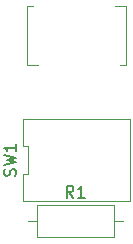
<source format=gbr>
%TF.GenerationSoftware,KiCad,Pcbnew,(7.0.0-0)*%
%TF.CreationDate,2023-03-14T18:39:12-04:00*%
%TF.ProjectId,v3 - habit pcb,7633202d-2068-4616-9269-74207063622e,rev?*%
%TF.SameCoordinates,Original*%
%TF.FileFunction,Legend,Top*%
%TF.FilePolarity,Positive*%
%FSLAX46Y46*%
G04 Gerber Fmt 4.6, Leading zero omitted, Abs format (unit mm)*
G04 Created by KiCad (PCBNEW (7.0.0-0)) date 2023-03-14 18:39:12*
%MOMM*%
%LPD*%
G01*
G04 APERTURE LIST*
%ADD10C,0.150000*%
%ADD11C,0.120000*%
G04 APERTURE END LIST*
D10*
%TO.C,SW1*%
X153512961Y-88302932D02*
X153560580Y-88160075D01*
X153560580Y-88160075D02*
X153560580Y-87921980D01*
X153560580Y-87921980D02*
X153512961Y-87826742D01*
X153512961Y-87826742D02*
X153465342Y-87779123D01*
X153465342Y-87779123D02*
X153370104Y-87731504D01*
X153370104Y-87731504D02*
X153274866Y-87731504D01*
X153274866Y-87731504D02*
X153179628Y-87779123D01*
X153179628Y-87779123D02*
X153132009Y-87826742D01*
X153132009Y-87826742D02*
X153084390Y-87921980D01*
X153084390Y-87921980D02*
X153036771Y-88112456D01*
X153036771Y-88112456D02*
X152989152Y-88207694D01*
X152989152Y-88207694D02*
X152941533Y-88255313D01*
X152941533Y-88255313D02*
X152846295Y-88302932D01*
X152846295Y-88302932D02*
X152751057Y-88302932D01*
X152751057Y-88302932D02*
X152655819Y-88255313D01*
X152655819Y-88255313D02*
X152608200Y-88207694D01*
X152608200Y-88207694D02*
X152560580Y-88112456D01*
X152560580Y-88112456D02*
X152560580Y-87874361D01*
X152560580Y-87874361D02*
X152608200Y-87731504D01*
X152560580Y-87398170D02*
X153560580Y-87160075D01*
X153560580Y-87160075D02*
X152846295Y-86969599D01*
X152846295Y-86969599D02*
X153560580Y-86779123D01*
X153560580Y-86779123D02*
X152560580Y-86541028D01*
X153560580Y-85636266D02*
X153560580Y-86207694D01*
X153560580Y-85921980D02*
X152560580Y-85921980D01*
X152560580Y-85921980D02*
X152703438Y-86017218D01*
X152703438Y-86017218D02*
X152798676Y-86112456D01*
X152798676Y-86112456D02*
X152846295Y-86207694D01*
%TO.C,R1*%
X158430933Y-90148580D02*
X158097600Y-89672390D01*
X157859505Y-90148580D02*
X157859505Y-89148580D01*
X157859505Y-89148580D02*
X158240457Y-89148580D01*
X158240457Y-89148580D02*
X158335695Y-89196200D01*
X158335695Y-89196200D02*
X158383314Y-89243819D01*
X158383314Y-89243819D02*
X158430933Y-89339057D01*
X158430933Y-89339057D02*
X158430933Y-89481914D01*
X158430933Y-89481914D02*
X158383314Y-89577152D01*
X158383314Y-89577152D02*
X158335695Y-89624771D01*
X158335695Y-89624771D02*
X158240457Y-89672390D01*
X158240457Y-89672390D02*
X157859505Y-89672390D01*
X159383314Y-90148580D02*
X158811886Y-90148580D01*
X159097600Y-90148580D02*
X159097600Y-89148580D01*
X159097600Y-89148580D02*
X159002362Y-89291438D01*
X159002362Y-89291438D02*
X158907124Y-89386676D01*
X158907124Y-89386676D02*
X158811886Y-89434295D01*
D11*
%TO.C,SW1*%
X154193200Y-83469600D02*
X154193200Y-85802934D01*
X154193200Y-85802934D02*
X154553200Y-85802934D01*
X154193200Y-88136266D02*
X154193200Y-90469599D01*
X154193200Y-90469599D02*
X163193200Y-90469600D01*
X154553200Y-85802934D02*
X154553200Y-88136266D01*
X154553200Y-88136266D02*
X154193200Y-88136266D01*
X163193200Y-83469601D02*
X154193200Y-83469600D01*
X163193200Y-90469600D02*
X163193200Y-83469601D01*
%TO.C,R1*%
X154557600Y-92151200D02*
X155327600Y-92151200D01*
X155327600Y-90781200D02*
X155327600Y-93521200D01*
X155327600Y-93521200D02*
X161867600Y-93521200D01*
X161867600Y-90781200D02*
X155327600Y-90781200D01*
X161867600Y-93521200D02*
X161867600Y-90781200D01*
X162637600Y-92151200D02*
X161867600Y-92151200D01*
%TO.C,U2*%
X154533200Y-73947800D02*
X154533200Y-78947800D01*
X154533200Y-78947800D02*
X155433200Y-78947800D01*
X155033200Y-73947800D02*
X154533200Y-73947800D01*
X161953200Y-73947800D02*
X162853200Y-73947800D01*
X162853200Y-73947800D02*
X162853200Y-78947800D01*
X162853200Y-78947800D02*
X162353200Y-78947800D01*
%TD*%
M02*

</source>
